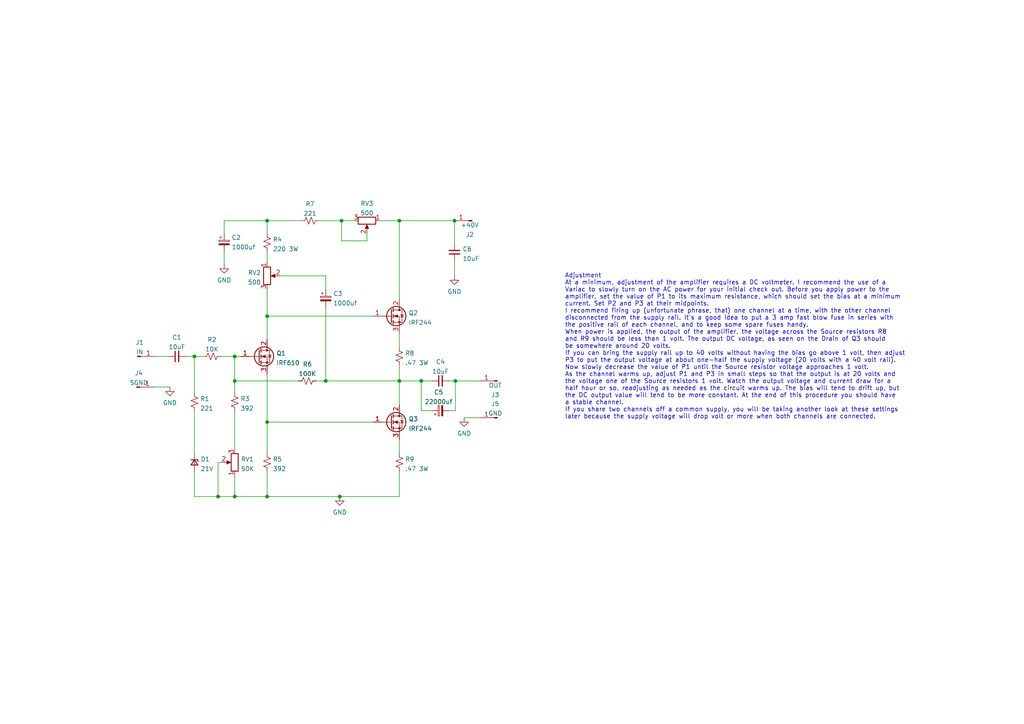
<source format=kicad_sch>
(kicad_sch (version 20211123) (generator eeschema)
  (paper "A4")
  (lib_symbols
    (symbol "Connector:Conn_01x01_Male" (pin_names (offset 1.016) hide)
      (property "Reference" "J" (at 0 2.54 0))
      (property "Value" "Conn_01x01_Male" (at 0 -2.54 0))
      (symbol "Conn_01x01_Male_1_1"
        (polyline (pts (xy 1.27 0) (xy 0.8636 0)) (stroke (width 0.1524)))
        (rectangle (start 0.8636 0.127) (end 0 -0.127) (stroke (width 0.1524)) (fill (type outline)))
        (pin passive line (at 5.08 0 180) (length 3.81) (name "Pin_1") (number "1"))
      )
    )
    (symbol "Device:C_Polarized_Small" (pin_numbers hide) (pin_names (offset 0.254) hide)
      (property "Reference" "C" (at 0.254 1.778 0))
      (property "Value" "C_Polarized_Small" (at 0.254 -2.032 0))
      (symbol "C_Polarized_Small_0_1"
        (rectangle (start -1.524 -0.3048) (end 1.524 -0.6858) (fill (type outline)))
        (rectangle (start -1.524 0.6858) (end 1.524 0.3048))
        (polyline (pts (xy -1.27 1.524) (xy -0.762 1.524)))
        (polyline (pts (xy -1.016 1.27) (xy -1.016 1.778)))
      )
      (symbol "C_Polarized_Small_1_1"
        (pin passive line (at 0 2.54 270) (length 1.8542) (name "~") (number "1"))
        (pin passive line (at 0 -2.54 90) (length 1.8542) (name "~") (number "2"))
      )
    )
    (symbol "Device:C_Small" (pin_numbers hide) (pin_names (offset 0.254) hide)
      (property "Reference" "C" (at 0.254 1.778 0))
      (property "Value" "C_Small" (at 0.254 -2.032 0))
      (symbol "C_Small_0_1"
        (polyline (pts (xy -1.524 -0.508) (xy 1.524 -0.508)) (stroke (width 0.3302)))
        (polyline (pts (xy -1.524 0.508) (xy 1.524 0.508)) (stroke (width 0.3048)))
      )
      (symbol "C_Small_1_1"
        (pin passive line (at 0 2.54 270) (length 2.032) (name "~") (number "1"))
        (pin passive line (at 0 -2.54 90) (length 2.032) (name "~") (number "2"))
      )
    )
    (symbol "Device:D_Zener_Small" (pin_numbers hide) (pin_names (offset 0.254) hide)
      (property "Reference" "D" (at 0 2.286 0))
      (property "Value" "D_Zener_Small" (at 0 -2.286 0))
      (symbol "D_Zener_Small_0_1"
        (polyline (pts (xy 0.762 0) (xy -0.762 0)))
        (polyline (pts (xy -0.254 1.016) (xy -0.762 1.016) (xy -0.762 -1.016)) (stroke (width 0.254)))
        (polyline (pts (xy 0.762 1.016) (xy -0.762 0) (xy 0.762 -1.016) (xy 0.762 1.016)) (stroke (width 0.254)))
      )
      (symbol "D_Zener_Small_1_1"
        (pin passive line (at -2.54 0 0) (length 1.778) (name "K") (number "1"))
        (pin passive line (at 2.54 0 180) (length 1.778) (name "A") (number "2"))
      )
    )
    (symbol "Device:R_Potentiometer" (pin_names (offset 1.016) hide)
      (property "Reference" "RV" (at -4.445 0 90))
      (property "Value" "R_Potentiometer" (at -2.54 0 90))
      (symbol "R_Potentiometer_0_1"
        (polyline (pts (xy 2.54 0) (xy 1.524 0)))
        (polyline (pts (xy 1.143 0) (xy 2.286 0.508) (xy 2.286 -0.508) (xy 1.143 0)) (fill (type outline)))
        (rectangle (start 1.016 2.54) (end -1.016 -2.54) (stroke (width 0.254)))
      )
      (symbol "R_Potentiometer_1_1"
        (pin passive line (at 0 3.81 270) (length 1.27) (name "1") (number "1"))
        (pin passive line (at 3.81 0 180) (length 1.27) (name "2") (number "2"))
        (pin passive line (at 0 -3.81 90) (length 1.27) (name "3") (number "3"))
      )
    )
    (symbol "Device:R_Small_US" (pin_numbers hide) (pin_names (offset 0.254) hide)
      (property "Reference" "R" (at 0.762 0.508 0))
      (property "Value" "R_Small_US" (at 0.762 -1.016 0))
      (symbol "R_Small_US_1_1"
        (polyline (pts (xy 0 0) (xy 1.016 -0.381) (xy 0 -0.762) (xy -1.016 -1.143) (xy 0 -1.524)))
        (polyline (pts (xy 0 1.524) (xy 1.016 1.143) (xy 0 0.762) (xy -1.016 0.381) (xy 0 0)))
        (pin passive line (at 0 2.54 270) (length 1.016) (name "~") (number "1"))
        (pin passive line (at 0 -2.54 90) (length 1.016) (name "~") (number "2"))
      )
    )
    (symbol "IRF6618_1" (pin_names hide)
      (property "Reference" "Q1" (at 5.207 0.9085 0))
      (property "Value" "IRF6618_1" (at 5.207 -1.8666 0))
      (symbol "IRF6618_1_0_1"
        (polyline (pts (xy 0.254 0) (xy -2.54 0)))
        (polyline (pts (xy 0.254 1.905) (xy 0.254 -1.905)) (stroke (width 0.254)))
        (polyline (pts (xy 0.762 -1.27) (xy 0.762 -2.286)) (stroke (width 0.254)))
        (polyline (pts (xy 0.762 0.508) (xy 0.762 -0.508)) (stroke (width 0.254)))
        (polyline (pts (xy 0.762 2.286) (xy 0.762 1.27)) (stroke (width 0.254)))
        (polyline (pts (xy 2.54 2.54) (xy 2.54 1.778)))
        (polyline (pts (xy 2.54 -2.54) (xy 2.54 0) (xy 0.762 0)))
        (polyline (pts (xy 0.762 -1.778) (xy 3.302 -1.778) (xy 3.302 1.778) (xy 0.762 1.778)))
        (polyline (pts (xy 1.016 0) (xy 2.032 0.381) (xy 2.032 -0.381) (xy 1.016 0)) (fill (type outline)))
        (polyline (pts (xy 2.794 0.508) (xy 2.921 0.381) (xy 3.683 0.381) (xy 3.81 0.254)))
        (polyline (pts (xy 3.302 0.381) (xy 2.921 -0.254) (xy 3.683 -0.254) (xy 3.302 0.381)))
        (circle (center 1.651 0) (radius 2.794) (stroke (width 0.254)))
        (circle (center 2.54 -1.778) (radius 0.254) (fill (type outline)))
        (circle (center 2.54 1.778) (radius 0.254) (fill (type outline)))
      )
      (symbol "IRF6618_1_1_1"
        (pin input line (at -5.08 0 0) (length 2.54) (name "G") (number "1"))
        (pin passive line (at 2.54 5.08 270) (length 2.54) (name "D") (number "2"))
        (pin passive line (at 2.54 -5.08 90) (length 2.54) (name "S") (number "3"))
      )
    )
    (symbol "IRF6618_2" (pin_names hide)
      (property "Reference" "Q2" (at 5.207 0.9085 0))
      (property "Value" "IRF6618_2" (at 5.207 -1.8666 0))
      (symbol "IRF6618_2_0_1"
        (polyline (pts (xy 0.254 0) (xy -2.54 0)))
        (polyline (pts (xy 0.254 1.905) (xy 0.254 -1.905)) (stroke (width 0.254)))
        (polyline (pts (xy 0.762 -1.27) (xy 0.762 -2.286)) (stroke (width 0.254)))
        (polyline (pts (xy 0.762 0.508) (xy 0.762 -0.508)) (stroke (width 0.254)))
        (polyline (pts (xy 0.762 2.286) (xy 0.762 1.27)) (stroke (width 0.254)))
        (polyline (pts (xy 2.54 2.54) (xy 2.54 1.778)))
        (polyline (pts (xy 2.54 -2.54) (xy 2.54 0) (xy 0.762 0)))
        (polyline (pts (xy 0.762 -1.778) (xy 3.302 -1.778) (xy 3.302 1.778) (xy 0.762 1.778)))
        (polyline (pts (xy 1.016 0) (xy 2.032 0.381) (xy 2.032 -0.381) (xy 1.016 0)) (fill (type outline)))
        (polyline (pts (xy 2.794 0.508) (xy 2.921 0.381) (xy 3.683 0.381) (xy 3.81 0.254)))
        (polyline (pts (xy 3.302 0.381) (xy 2.921 -0.254) (xy 3.683 -0.254) (xy 3.302 0.381)))
        (circle (center 1.651 0) (radius 2.794) (stroke (width 0.254)))
        (circle (center 2.54 -1.778) (radius 0.254) (fill (type outline)))
        (circle (center 2.54 1.778) (radius 0.254) (fill (type outline)))
      )
      (symbol "IRF6618_2_1_1"
        (pin input line (at -5.08 0 0) (length 2.54) (name "G") (number "1"))
        (pin passive line (at 2.54 5.08 270) (length 2.54) (name "D") (number "2"))
        (pin passive line (at 2.54 -5.08 90) (length 2.54) (name "S") (number "3"))
      )
    )
    (symbol "Transistor_FET:IRF6618" (pin_names hide)
      (property "Reference" "Q3" (at 5.207 0.9085 0))
      (property "Value" "IRF244" (at 5.207 -1.8666 0))
      (symbol "IRF6618_0_1"
        (polyline (pts (xy 0.254 0) (xy -2.54 0)))
        (polyline (pts (xy 0.254 1.905) (xy 0.254 -1.905)) (stroke (width 0.254)))
        (polyline (pts (xy 0.762 -1.27) (xy 0.762 -2.286)) (stroke (width 0.254)))
        (polyline (pts (xy 0.762 0.508) (xy 0.762 -0.508)) (stroke (width 0.254)))
        (polyline (pts (xy 0.762 2.286) (xy 0.762 1.27)) (stroke (width 0.254)))
        (polyline (pts (xy 2.54 2.54) (xy 2.54 1.778)))
        (polyline (pts (xy 2.54 -2.54) (xy 2.54 0) (xy 0.762 0)))
        (polyline (pts (xy 0.762 -1.778) (xy 3.302 -1.778) (xy 3.302 1.778) (xy 0.762 1.778)))
        (polyline (pts (xy 1.016 0) (xy 2.032 0.381) (xy 2.032 -0.381) (xy 1.016 0)) (fill (type outline)))
        (polyline (pts (xy 2.794 0.508) (xy 2.921 0.381) (xy 3.683 0.381) (xy 3.81 0.254)))
        (polyline (pts (xy 3.302 0.381) (xy 2.921 -0.254) (xy 3.683 -0.254) (xy 3.302 0.381)))
        (circle (center 1.651 0) (radius 2.794) (stroke (width 0.254)))
        (circle (center 2.54 -1.778) (radius 0.254) (fill (type outline)))
        (circle (center 2.54 1.778) (radius 0.254) (fill (type outline)))
      )
      (symbol "IRF6618_1_1"
        (pin input line (at -5.08 0 0) (length 2.54) (name "G") (number "1"))
        (pin passive line (at 2.54 5.08 270) (length 2.54) (name "D") (number "2"))
        (pin passive line (at 2.54 -5.08 90) (length 2.54) (name "S") (number "3"))
      )
    )
    (symbol "power:GND" (power) (pin_names (offset 0))
      (property "Value" "GND" (at 0 -3.81 0))
      (symbol "GND_0_1"
        (polyline (pts (xy 0 0) (xy 0 -1.27) (xy 1.27 -1.27) (xy 0 -2.54) (xy -1.27 -1.27) (xy 0 -1.27)))
      )
      (symbol "GND_1_1"
        (pin power_in line (at 0 0 270) (length 0) hide (name "GND") (number "1"))
      )
    )
  )
  (junction (at 68.072 110.49))
  (junction (at 98.552 144.018))
  (junction (at 132.08 110.49))
  (junction (at 77.47 122.428))
  (junction (at 56.388 103.378))
  (junction (at 77.47 144.018))
  (junction (at 94.488 110.49))
  (junction (at 99.06 64.008))
  (junction (at 122.174 110.49))
  (junction (at 77.47 91.694))
  (junction (at 131.826 64.008))
  (junction (at 115.824 64.008))
  (junction (at 63.246 144.018))
  (junction (at 115.824 110.49))
  (junction (at 77.47 64.008))
  (junction (at 68.072 144.018))
  (junction (at 68.072 103.378))
  (wire (pts (xy 92.456 64.008) (xy 99.06 64.008)))
  (wire (pts (xy 115.824 64.008) (xy 131.826 64.008)))
  (wire (pts (xy 77.47 72.898) (xy 77.47 76.2)))
  (wire (pts (xy 115.824 136.652) (xy 115.824 144.018)))
  (wire (pts (xy 115.824 96.774) (xy 115.824 100.838)))
  (wire (pts (xy 77.47 108.458) (xy 77.47 122.428)))
  (wire (pts (xy 86.614 110.49) (xy 68.072 110.49)))
  (wire (pts (xy 134.62 121.158) (xy 139.192 121.158)))
  (wire (pts (xy 56.388 119.126) (xy 56.388 131.572)))
  (wire (pts (xy 91.694 110.49) (xy 94.488 110.49)))
  (wire (pts (xy 53.848 103.378) (xy 56.388 103.378)))
  (wire (pts (xy 77.47 91.694) (xy 77.47 98.298)))
  (wire (pts (xy 68.072 110.49) (xy 68.072 114.046)))
  (wire (pts (xy 108.204 122.428) (xy 77.47 122.428)))
  (wire (pts (xy 56.388 103.378) (xy 58.928 103.378)))
  (wire (pts (xy 115.824 64.008) (xy 110.236 64.008)))
  (wire (pts (xy 65.024 64.008) (xy 65.024 67.818)))
  (wire (pts (xy 115.824 105.918) (xy 115.824 110.49)))
  (wire (pts (xy 131.826 75.692) (xy 131.826 80.01)))
  (wire (pts (xy 63.246 134.112) (xy 63.246 144.018)))
  (wire (pts (xy 115.824 110.49) (xy 122.174 110.49)))
  (wire (pts (xy 122.174 119.126) (xy 122.174 110.49)))
  (wire (pts (xy 132.08 119.126) (xy 132.08 110.49)))
  (wire (pts (xy 130.302 119.126) (xy 132.08 119.126)))
  (wire (pts (xy 130.302 110.49) (xy 132.08 110.49)))
  (wire (pts (xy 44.958 103.378) (xy 48.768 103.378)))
  (wire (pts (xy 98.552 144.018) (xy 77.47 144.018)))
  (wire (pts (xy 77.47 83.82) (xy 77.47 91.694)))
  (wire (pts (xy 108.204 91.694) (xy 77.47 91.694)))
  (wire (pts (xy 56.388 136.652) (xy 56.388 144.018)))
  (wire (pts (xy 56.388 114.046) (xy 56.388 103.378)))
  (wire (pts (xy 68.072 103.378) (xy 68.072 110.49)))
  (wire (pts (xy 94.488 84.074) (xy 94.488 80.01)))
  (wire (pts (xy 94.488 110.49) (xy 115.824 110.49)))
  (wire (pts (xy 65.024 72.898) (xy 65.024 76.708)))
  (wire (pts (xy 99.06 64.008) (xy 102.616 64.008)))
  (wire (pts (xy 68.072 144.018) (xy 68.072 137.922)))
  (wire (pts (xy 122.174 110.49) (xy 125.222 110.49)))
  (wire (pts (xy 77.47 64.008) (xy 65.024 64.008)))
  (wire (pts (xy 77.47 64.008) (xy 87.376 64.008)))
  (wire (pts (xy 77.47 136.652) (xy 77.47 144.018)))
  (wire (pts (xy 94.488 80.01) (xy 81.28 80.01)))
  (wire (pts (xy 106.426 69.85) (xy 99.06 69.85)))
  (wire (pts (xy 56.388 144.018) (xy 63.246 144.018)))
  (wire (pts (xy 131.826 64.008) (xy 131.826 70.612)))
  (wire (pts (xy 68.072 103.378) (xy 69.85 103.378)))
  (wire (pts (xy 132.08 110.49) (xy 139.192 110.49)))
  (wire (pts (xy 68.072 119.126) (xy 68.072 130.302)))
  (wire (pts (xy 63.246 144.018) (xy 68.072 144.018)))
  (wire (pts (xy 125.222 119.126) (xy 122.174 119.126)))
  (wire (pts (xy 106.426 67.818) (xy 106.426 69.85)))
  (wire (pts (xy 115.824 127.508) (xy 115.824 131.572)))
  (wire (pts (xy 77.47 144.018) (xy 68.072 144.018)))
  (wire (pts (xy 99.06 69.85) (xy 99.06 64.008)))
  (wire (pts (xy 115.824 110.49) (xy 115.824 117.348)))
  (wire (pts (xy 77.47 122.428) (xy 77.47 131.572)))
  (wire (pts (xy 64.262 134.112) (xy 63.246 134.112)))
  (wire (pts (xy 49.276 112.268) (xy 44.704 112.268)))
  (wire (pts (xy 68.072 103.378) (xy 64.008 103.378)))
  (wire (pts (xy 77.47 67.818) (xy 77.47 64.008)))
  (wire (pts (xy 115.824 144.018) (xy 98.552 144.018)))
  (wire (pts (xy 94.488 89.154) (xy 94.488 110.49)))
  (wire (pts (xy 115.824 86.614) (xy 115.824 64.008)))
  (text "Adjustment\nAt a minimum, adjustment of the amplifier requires a DC voltmeter. I recommend the use of a\nVariac to slowly turn on the AC power for your initial check out. Before you apply power to the\namplifier, set the value of P1 to its maximum resistance, which should set the bias at a minimum\ncurrent. Set P2 and P3 at their midpoints.\nI recommend firing up (unfortunate phrase, that) one channel at a time, with the other channel\ndisconnected from the supply rail. It's a good idea to put a 3 amp fast blow fuse in series with\nthe positive rail of each channel, and to keep some spare fuses handy.\nWhen power is applied, the output of the amplifier, the voltage across the Source resistors R8\nand R9 should be less than 1 volt. The output DC voltage, as seen on the Drain of Q3 should\nbe somewhere around 20 volts.\nIf you can bring the supply rail up to 40 volts without having the bias go above 1 volt, then adjust\nP3 to put the output voltage at about one-half the supply voltage (20 volts with a 40 volt rail).\nNow slowly decrease the value of P1 until the Source resistor voltage approaches 1 volt.\nAs the channel warms up, adjust P1 and P3 in small steps so that the output is at 20 volts and\nthe voltage one of the Source resistors 1 volt. Watch the output voltage and current draw for a\nhalf hour or so, readjusting as needed as the circuit warms up. The bias will tend to drift up, but\nthe DC output value will tend to be more constant. At the end of this procedure you should have\na stable channel.\nIf you share two channels off a common supply, you will be taking another look at these settings\nlater because the supply voltage will drop volt or more when both channels are connected." (at 163.83 121.666 0) (effects (font (size 1.27 1.27)) (justify left bottom)))
  (symbol (lib_id "Device:R_Potentiometer") (at 68.072 134.112 180) (unit 1)
    (property "Reference" "RV1" (at 69.85 133.2035 0) (effects (justify right)))
    (property "Value" "50K" (at 69.85 135.9786 0) (effects (justify right)))
    (property "Footprint" "Potentiometer_THT:Potentiometer_Bourns_3296W_Vertical" (effects hide))
  )
  (symbol (lib_id "Transistor_FET:IRF6618") (at 113.284 122.428 0) (unit 1)
    (property "Reference" "Q3" (at 118.491 121.5195 0) (effects (justify left)))
    (property "Value" "IRF244" (at 118.491 124.2946 0) (effects (justify left)))
    (property "Footprint" "Package_TO_SOT_THT:TO-247-3_Vertical" (effects hide))
    (property "Datasheet" "https://www.infineon.com/dgdl/irf6618pbf.pdf?fileId=5546d462533600a4015355e862c21a1b" (effects hide))
  )
  (symbol (lib_id "Device:R_Potentiometer") (at 106.426 64.008 270) (unit 1)
    (property "Reference" "RV3" (at 106.426 59.0255 90))
    (property "Value" "500" (at 106.426 61.8006 90))
    (property "Footprint" "Potentiometer_THT:Potentiometer_Bourns_3296W_Vertical" (effects hide))
  )
  (symbol (lib_id "Device:R_Small_US") (at 68.072 116.586 0) (unit 1)
    (property "Reference" "R3" (at 69.723 115.6775 0) (effects (justify left)))
    (property "Value" "392" (at 69.723 118.4526 0) (effects (justify left)))
    (property "Footprint" "Resistor_THT:R_Axial_DIN0207_L6.3mm_D2.5mm_P10.16mm_Horizontal" (effects hide))
  )
  (symbol (lib_id "Device:R_Small_US") (at 56.388 116.586 0) (unit 1)
    (property "Reference" "R1" (at 58.039 115.6775 0) (effects (justify left)))
    (property "Value" "221" (at 58.039 118.4526 0) (effects (justify left)))
    (property "Footprint" "Resistor_THT:R_Axial_DIN0207_L6.3mm_D2.5mm_P10.16mm_Horizontal" (effects hide))
  )
  (symbol (lib_id "Device:R_Small_US") (at 61.468 103.378 90) (unit 1)
    (property "Reference" "R2" (at 61.468 98.5225 90))
    (property "Value" "10K" (at 61.468 101.2976 90))
    (property "Footprint" "Resistor_THT:R_Axial_DIN0207_L6.3mm_D2.5mm_P10.16mm_Horizontal" (effects hide))
  )
  (symbol (lib_id "Connector:Conn_01x01_Male") (at 144.272 121.158 180) (unit 1)
    (property "Reference" "J5" (at 143.637 117.1153 0))
    (property "Value" "GND" (at 143.637 119.8904 0))
    (property "Footprint" "Custom Library:M4_Screw_Terminal" (effects hide))
  )
  (symbol (lib_id "Device:R_Small_US") (at 115.824 103.378 0) (unit 1)
    (property "Reference" "R8" (at 117.475 102.4695 0) (effects (justify left)))
    (property "Value" ".47 3W" (at 117.475 105.2446 0) (effects (justify left)))
    (property "Footprint" "Resistor_THT:R_Axial_DIN0516_L15.5mm_D5.0mm_P20.32mm_Horizontal" (effects hide))
  )
  (symbol (lib_id "Device:R_Small_US") (at 89.154 110.49 90) (unit 1)
    (property "Reference" "R6" (at 89.154 105.6345 90))
    (property "Value" "100K" (at 89.154 108.4096 90))
    (property "Footprint" "Resistor_THT:R_Axial_DIN0207_L6.3mm_D2.5mm_P10.16mm_Horizontal" (effects hide))
  )
  (symbol (lib_id "Device:C_Small") (at 51.308 103.378 90) (unit 1)
    (property "Reference" "C1" (at 51.3143 97.8494 90))
    (property "Value" "10uF" (at 51.3143 100.6245 90))
    (property "Footprint" "Capacitor_THT:C_Rect_L31.5mm_W13.0mm_P27.50mm_MKS4" (effects hide))
  )
  (symbol (lib_id "power:GND") (at 98.552 144.018 0) (unit 1)
    (property "Reference" "#PWR0101" (effects hide))
    (property "Value" "GND" (at 98.552 148.5805 0))
  )
  (symbol (lib_id "Device:C_Polarized_Small") (at 65.024 70.358 0) (unit 1)
    (property "Reference" "C2" (at 67.183 68.9034 0) (effects (justify left)))
    (property "Value" "1000uf" (at 67.183 71.6785 0) (effects (justify left)))
    (property "Footprint" "Capacitor_THT:CP_Radial_D18.0mm_P7.50mm" (effects hide))
  )
  (symbol (lib_id "power:GND") (at 49.276 112.268 0) (mirror y) (unit 1)
    (property "Reference" "#PWR0104" (effects hide))
    (property "Value" "GND" (at 49.276 116.8305 0))
  )
  (symbol (lib_id "Device:C_Small") (at 131.826 73.152 180) (unit 1)
    (property "Reference" "C6" (at 134.1501 72.2371 0) (effects (justify right)))
    (property "Value" "10uF" (at 134.1501 75.0122 0) (effects (justify right)))
    (property "Footprint" "Capacitor_THT:C_Rect_L31.5mm_W13.0mm_P27.50mm_MKS4" (effects hide))
  )
  (symbol (lib_id "Device:C_Polarized_Small") (at 94.488 86.614 0) (unit 1)
    (property "Reference" "C3" (at 96.647 85.1594 0) (effects (justify left)))
    (property "Value" "1000uf" (at 96.647 87.9345 0) (effects (justify left)))
    (property "Footprint" "Capacitor_THT:CP_Radial_D18.0mm_P7.50mm" (effects hide))
  )
  (symbol (lib_id "Device:C_Small") (at 127.762 110.49 90) (unit 1)
    (property "Reference" "C4" (at 127.7683 104.9614 90))
    (property "Value" "10uF" (at 127.7683 107.7365 90))
    (property "Footprint" "Capacitor_THT:C_Rect_L31.5mm_W13.0mm_P27.50mm_MKS4" (effects hide))
  )
  (symbol (lib_id "Device:R_Small_US") (at 115.824 134.112 0) (unit 1)
    (property "Reference" "R9" (at 117.475 133.2035 0) (effects (justify left)))
    (property "Value" ".47 3W" (at 117.475 135.9786 0) (effects (justify left)))
    (property "Footprint" "Resistor_THT:R_Axial_DIN0516_L15.5mm_D5.0mm_P20.32mm_Horizontal" (effects hide))
  )
  (symbol (lib_id "Connector:Conn_01x01_Male") (at 39.878 103.378 0) (unit 1)
    (property "Reference" "J1" (at 40.513 99.3353 0))
    (property "Value" "IN" (at 40.513 102.1104 0))
    (property "Footprint" "Custom Library:M4_Screw_Terminal" (effects hide))
  )
  (symbol (lib_id "Device:D_Zener_Small") (at 56.388 134.112 270) (unit 1)
    (property "Reference" "D1" (at 58.166 133.2035 90) (effects (justify left)))
    (property "Value" "21V" (at 58.166 135.9786 90) (effects (justify left)))
    (property "Footprint" "Diode_THT:D_DO-41_SOD81_P10.16mm_Horizontal" (effects hide))
  )
  (symbol (lib_id "Connector:Conn_01x01_Male") (at 144.272 110.49 180) (unit 1)
    (property "Reference" "J3" (at 143.637 114.5327 0))
    (property "Value" "OUT" (at 143.637 111.7576 0))
    (property "Footprint" "Custom Library:M4_Screw_Terminal" (effects hide))
  )
  (symbol (lib_name "IRF6618_2") (lib_id "Transistor_FET:IRF6618") (at 113.284 91.694 0) (unit 1)
    (property "Reference" "Q2" (at 118.491 90.7855 0) (effects (justify left)))
    (property "Value" "IRF244" (at 118.491 93.5606 0) (effects (justify left)))
    (property "Footprint" "Package_TO_SOT_THT:TO-247-3_Vertical" (effects hide))
    (property "Datasheet" "https://www.infineon.com/dgdl/irf6618pbf.pdf?fileId=5546d462533600a4015355e862c21a1b" (effects hide))
  )
  (symbol (lib_id "power:GND") (at 65.024 76.708 0) (unit 1)
    (property "Reference" "#PWR0103" (effects hide))
    (property "Value" "GND" (at 65.024 81.2705 0))
  )
  (symbol (lib_id "Device:R_Small_US") (at 77.47 134.112 0) (unit 1)
    (property "Reference" "R5" (at 79.121 133.2035 0) (effects (justify left)))
    (property "Value" "392" (at 79.121 135.9786 0) (effects (justify left)))
    (property "Footprint" "Resistor_THT:R_Axial_DIN0207_L6.3mm_D2.5mm_P10.16mm_Horizontal" (effects hide))
  )
  (symbol (lib_name "IRF6618_1") (lib_id "Transistor_FET:IRF6618") (at 74.93 103.378 0) (unit 1)
    (property "Reference" "Q1" (at 80.137 102.4695 0) (effects (justify left)))
    (property "Value" "IRF610" (at 80.137 105.2446 0) (effects (justify left)))
    (property "Footprint" "Package_TO_SOT_THT:TO-220-3_Horizontal_TabDown" (effects hide))
    (property "Datasheet" "https://www.infineon.com/dgdl/irf6618pbf.pdf?fileId=5546d462533600a4015355e862c21a1b" (effects hide))
  )
  (symbol (lib_id "Device:R_Small_US") (at 77.47 70.358 0) (unit 1)
    (property "Reference" "R4" (at 79.121 69.4495 0) (effects (justify left)))
    (property "Value" "220 3W" (at 79.121 72.2246 0) (effects (justify left)))
    (property "Footprint" "Resistor_THT:R_Axial_DIN0516_L15.5mm_D5.0mm_P20.32mm_Horizontal" (effects hide))
  )
  (symbol (lib_id "power:GND") (at 134.62 121.158 0) (unit 1)
    (property "Reference" "#PWR0105" (effects hide))
    (property "Value" "GND" (at 134.62 125.7205 0))
  )
  (symbol (lib_id "power:GND") (at 131.826 80.01 0) (unit 1)
    (property "Reference" "#PWR0102" (effects hide))
    (property "Value" "GND" (at 131.826 84.5725 0))
  )
  (symbol (lib_id "Device:R_Small_US") (at 89.916 64.008 90) (unit 1)
    (property "Reference" "R7" (at 89.916 59.1525 90))
    (property "Value" "221" (at 89.916 61.9276 90))
    (property "Footprint" "Resistor_THT:R_Axial_DIN0207_L6.3mm_D2.5mm_P10.16mm_Horizontal" (effects hide))
  )
  (symbol (lib_id "Connector:Conn_01x01_Male") (at 39.624 112.268 0) (mirror x) (unit 1)
    (property "Reference" "J4" (at 40.259 108.2253 0))
    (property "Value" "SGND" (at 40.259 111.0004 0))
    (property "Footprint" "Custom Library:M4_Screw_Terminal" (effects hide))
  )
  (symbol (lib_id "Device:C_Polarized_Small") (at 127.762 119.126 90) (unit 1)
    (property "Reference" "C5" (at 127.2159 113.7625 90))
    (property "Value" "22000uf" (at 127.2159 116.5376 90))
    (property "Footprint" "Capacitor_THT:CP_Radial_D35.0mm_P10.00mm_SnapIn" (effects hide))
  )
  (symbol (lib_id "Device:R_Potentiometer") (at 77.47 80.01 0) (unit 1)
    (property "Reference" "RV2" (at 75.692 79.1015 0) (effects (justify right)))
    (property "Value" "500" (at 75.692 81.8766 0) (effects (justify right)))
    (property "Footprint" "Potentiometer_THT:Potentiometer_Bourns_3296W_Vertical" (effects hide))
  )
  (symbol (lib_id "Connector:Conn_01x01_Male") (at 136.906 64.008 180) (unit 1)
    (property "Reference" "J2" (at 136.271 68.0507 0))
    (property "Value" "+40V" (at 136.271 65.2756 0))
    (property "Footprint" "Custom Library:M4_Screw_Terminal" (effects hide))
  )
)
</source>
